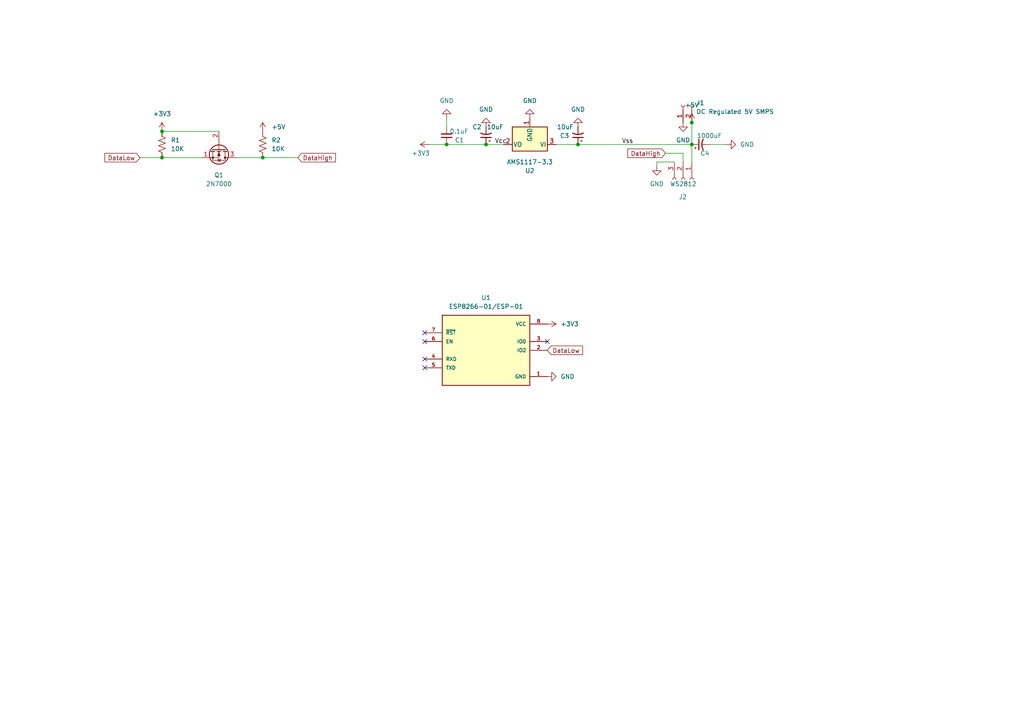
<source format=kicad_sch>
(kicad_sch (version 20211123) (generator eeschema)
  (paper "A4")
  (lib_symbols
    (symbol "Connector:Conn_01x02_Female" (pin_names (offset 1.016) hide)
      (property "Reference" "J" (at 0 2.54 0))
      (property "Value" "Conn_01x02_Female" (at 0 -5.08 0))
      (symbol "Conn_01x02_Female_1_1"
        (arc (start 0 -2.032) (mid -0.508 -2.54) (end 0 -3.048) (stroke (width 0.1524)))
        (polyline (pts (xy -1.27 -2.54) (xy -0.508 -2.54)) (stroke (width 0.1524)))
        (polyline (pts (xy -1.27 0) (xy -0.508 0)) (stroke (width 0.1524)))
        (arc (start 0 0.508) (mid -0.508 0) (end 0 -0.508) (stroke (width 0.1524)))
        (pin passive line (at -5.08 0 0) (length 3.81) (name "Pin_1") (number "1"))
        (pin passive line (at -5.08 -2.54 0) (length 3.81) (name "Pin_2") (number "2"))
      )
    )
    (symbol "Connector:Conn_01x03_Female" (pin_names (offset 1.016) hide)
      (property "Reference" "J" (at 0 5.08 0))
      (property "Value" "Conn_01x03_Female" (at 0 -5.08 0))
      (symbol "Conn_01x03_Female_1_1"
        (arc (start 0 -2.032) (mid -0.508 -2.54) (end 0 -3.048) (stroke (width 0.1524)))
        (polyline (pts (xy -1.27 -2.54) (xy -0.508 -2.54)) (stroke (width 0.1524)))
        (polyline (pts (xy -1.27 0) (xy -0.508 0)) (stroke (width 0.1524)))
        (polyline (pts (xy -1.27 2.54) (xy -0.508 2.54)) (stroke (width 0.1524)))
        (arc (start 0 0.508) (mid -0.508 0) (end 0 -0.508) (stroke (width 0.1524)))
        (arc (start 0 3.048) (mid -0.508 2.54) (end 0 2.032) (stroke (width 0.1524)))
        (pin passive line (at -5.08 2.54 0) (length 3.81) (name "Pin_1") (number "1"))
        (pin passive line (at -5.08 0 0) (length 3.81) (name "Pin_2") (number "2"))
        (pin passive line (at -5.08 -2.54 0) (length 3.81) (name "Pin_3") (number "3"))
      )
    )
    (symbol "Device:C_Polarized_Small_US" (pin_numbers hide) (pin_names (offset 0.254) hide)
      (property "Reference" "C" (at 0.254 1.778 0))
      (property "Value" "C_Polarized_Small_US" (at 0.254 -2.032 0))
      (symbol "C_Polarized_Small_US_0_1"
        (polyline (pts (xy -1.524 0.508) (xy 1.524 0.508)) (stroke (width 0.3048)))
        (polyline (pts (xy -1.27 1.524) (xy -0.762 1.524)))
        (polyline (pts (xy -1.016 1.27) (xy -1.016 1.778)))
        (arc (start 1.524 -0.762) (mid 0 -0.3734) (end -1.524 -0.762) (stroke (width 0.3048)))
      )
      (symbol "C_Polarized_Small_US_1_1"
        (pin passive line (at 0 2.54 270) (length 2.032) (name "~") (number "1"))
        (pin passive line (at 0 -2.54 90) (length 2.032) (name "~") (number "2"))
      )
    )
    (symbol "Device:C_Small" (pin_numbers hide) (pin_names (offset 0.254) hide)
      (property "Reference" "C" (at 0.254 1.778 0))
      (property "Value" "C_Small" (at 0.254 -2.032 0))
      (symbol "C_Small_0_1"
        (polyline (pts (xy -1.524 -0.508) (xy 1.524 -0.508)) (stroke (width 0.3302)))
        (polyline (pts (xy -1.524 0.508) (xy 1.524 0.508)) (stroke (width 0.3048)))
      )
      (symbol "C_Small_1_1"
        (pin passive line (at 0 2.54 270) (length 2.032) (name "~") (number "1"))
        (pin passive line (at 0 -2.54 90) (length 2.032) (name "~") (number "2"))
      )
    )
    (symbol "Device:R_US" (pin_numbers hide) (pin_names (offset 0))
      (property "Reference" "R" (at 2.54 0 90))
      (property "Value" "R_US" (at -2.54 0 90))
      (symbol "R_US_0_1"
        (polyline (pts (xy 0 -2.286) (xy 0 -2.54)))
        (polyline (pts (xy 0 2.286) (xy 0 2.54)))
        (polyline (pts (xy 0 -0.762) (xy 1.016 -1.143) (xy 0 -1.524) (xy -1.016 -1.905) (xy 0 -2.286)))
        (polyline (pts (xy 0 0.762) (xy 1.016 0.381) (xy 0 0) (xy -1.016 -0.381) (xy 0 -0.762)))
        (polyline (pts (xy 0 2.286) (xy 1.016 1.905) (xy 0 1.524) (xy -1.016 1.143) (xy 0 0.762)))
      )
      (symbol "R_US_1_1"
        (pin passive line (at 0 3.81 270) (length 1.27) (name "~") (number "1"))
        (pin passive line (at 0 -3.81 90) (length 1.27) (name "~") (number "2"))
      )
    )
    (symbol "ESP8266-01_ESP-01:ESP8266-01{slash}ESP-01" (pin_names (offset 1.016))
      (property "Reference" "U" (at -12.7 10.668 0))
      (property "Value" "ESP8266-01{slash}ESP-01" (at -12.7254 -12.7254 0))
      (symbol "ESP8266-01{slash}ESP-01_0_0"
        (rectangle (start -12.7 -10.16) (end 12.7 10.16) (stroke (width 0.254)) (fill (type background)))
        (pin power_in line (at 17.78 -7.62 180) (length 5.08) (name "GND") (number "1"))
        (pin bidirectional line (at 17.78 0 180) (length 5.08) (name "IO2") (number "2"))
        (pin bidirectional line (at 17.78 2.54 180) (length 5.08) (name "IO0") (number "3"))
        (pin input line (at -17.78 -2.54 0) (length 5.08) (name "RXD") (number "4"))
        (pin output line (at -17.78 -5.08 0) (length 5.08) (name "TXD") (number "5"))
        (pin input line (at -17.78 2.54 0) (length 5.08) (name "EN") (number "6"))
        (pin input line (at -17.78 5.08 0) (length 5.08) (name "~{RST}") (number "7"))
        (pin power_in line (at 17.78 7.62 180) (length 5.08) (name "VCC") (number "8"))
      )
    )
    (symbol "Regulator_Linear:AMS1117-3.3" (pin_names (offset 0.254))
      (property "Reference" "U" (at -3.81 3.175 0))
      (property "Value" "AMS1117-3.3" (at 0 3.175 0))
      (symbol "AMS1117-3.3_0_1"
        (rectangle (start -5.08 -5.08) (end 5.08 1.905) (stroke (width 0.254)) (fill (type background)))
      )
      (symbol "AMS1117-3.3_1_1"
        (pin power_in line (at 0 -7.62 90) (length 2.54) (name "GND") (number "1"))
        (pin power_out line (at 7.62 0 180) (length 2.54) (name "VO") (number "2"))
        (pin power_in line (at -7.62 0 0) (length 2.54) (name "VI") (number "3"))
      )
    )
    (symbol "Transistor_FET:2N7000" (pin_names hide)
      (property "Reference" "Q" (at 5.08 1.905 0))
      (property "Value" "2N7000" (at 5.08 0 0))
      (symbol "2N7000_0_1"
        (polyline (pts (xy 0.254 0) (xy -2.54 0)))
        (polyline (pts (xy 0.254 1.905) (xy 0.254 -1.905)) (stroke (width 0.254)))
        (polyline (pts (xy 0.762 -1.27) (xy 0.762 -2.286)) (stroke (width 0.254)))
        (polyline (pts (xy 0.762 0.508) (xy 0.762 -0.508)) (stroke (width 0.254)))
        (polyline (pts (xy 0.762 2.286) (xy 0.762 1.27)) (stroke (width 0.254)))
        (polyline (pts (xy 2.54 2.54) (xy 2.54 1.778)))
        (polyline (pts (xy 2.54 -2.54) (xy 2.54 0) (xy 0.762 0)))
        (polyline (pts (xy 0.762 -1.778) (xy 3.302 -1.778) (xy 3.302 1.778) (xy 0.762 1.778)))
        (polyline (pts (xy 1.016 0) (xy 2.032 0.381) (xy 2.032 -0.381) (xy 1.016 0)) (fill (type outline)))
        (polyline (pts (xy 2.794 0.508) (xy 2.921 0.381) (xy 3.683 0.381) (xy 3.81 0.254)))
        (polyline (pts (xy 3.302 0.381) (xy 2.921 -0.254) (xy 3.683 -0.254) (xy 3.302 0.381)))
        (circle (center 1.651 0) (radius 2.794) (stroke (width 0.254)))
        (circle (center 2.54 -1.778) (radius 0.254) (fill (type outline)))
        (circle (center 2.54 1.778) (radius 0.254) (fill (type outline)))
      )
      (symbol "2N7000_1_1"
        (pin passive line (at 2.54 -5.08 90) (length 2.54) (name "S") (number "1"))
        (pin input line (at -5.08 0 0) (length 2.54) (name "G") (number "2"))
        (pin passive line (at 2.54 5.08 270) (length 2.54) (name "D") (number "3"))
      )
    )
    (symbol "power:+3.3V" (power) (pin_names (offset 0))
      (property "Value" "+3.3V" (at 0 3.556 0))
      (symbol "+3.3V_0_1"
        (polyline (pts (xy -0.762 1.27) (xy 0 2.54)))
        (polyline (pts (xy 0 0) (xy 0 2.54)))
        (polyline (pts (xy 0 2.54) (xy 0.762 1.27)))
      )
      (symbol "+3.3V_1_1"
        (pin power_in line (at 0 0 90) (length 0) hide (name "+3V3") (number "1"))
      )
    )
    (symbol "power:+5V" (power) (pin_names (offset 0))
      (property "Value" "+5V" (at 0 3.556 0))
      (symbol "+5V_0_1"
        (polyline (pts (xy -0.762 1.27) (xy 0 2.54)))
        (polyline (pts (xy 0 0) (xy 0 2.54)))
        (polyline (pts (xy 0 2.54) (xy 0.762 1.27)))
      )
      (symbol "+5V_1_1"
        (pin power_in line (at 0 0 90) (length 0) hide (name "+5V") (number "1"))
      )
    )
    (symbol "power:GND" (power) (pin_names (offset 0))
      (property "Value" "GND" (at 0 -3.81 0))
      (symbol "GND_0_1"
        (polyline (pts (xy 0 0) (xy 0 -1.27) (xy 1.27 -1.27) (xy 0 -2.54) (xy -1.27 -1.27) (xy 0 -1.27)))
      )
      (symbol "GND_1_1"
        (pin power_in line (at 0 0 270) (length 0) hide (name "GND") (number "1"))
      )
    )
  )
  (junction (at 129.54 41.91))
  (junction (at 200.66 35.56))
  (junction (at 167.64 41.91))
  (junction (at 140.97 41.91))
  (junction (at 46.99 38.1))
  (junction (at 76.2 45.72))
  (junction (at 46.99 45.72))
  (junction (at 200.66 41.91))
  (no_connect (at 158.75 99.06))
  (no_connect (at 123.19 96.52))
  (no_connect (at 123.19 99.06))
  (no_connect (at 123.19 104.14))
  (no_connect (at 123.19 106.68))
  (wire (pts (xy 40.64 45.72) (xy 46.99 45.72)))
  (wire (pts (xy 200.66 41.91) (xy 200.66 46.99)))
  (wire (pts (xy 190.5 46.99) (xy 190.5 48.26)))
  (wire (pts (xy 129.54 41.91) (xy 140.97 41.91)))
  (wire (pts (xy 195.58 46.99) (xy 190.5 46.99)))
  (wire (pts (xy 198.12 44.45) (xy 193.04 44.45)))
  (wire (pts (xy 68.58 45.72) (xy 76.2 45.72)))
  (wire (pts (xy 124.46 41.91) (xy 129.54 41.91)))
  (wire (pts (xy 46.99 45.72) (xy 58.42 45.72)))
  (wire (pts (xy 76.2 45.72) (xy 86.36 45.72)))
  (wire (pts (xy 167.64 41.91) (xy 200.66 41.91)))
  (wire (pts (xy 200.66 35.56) (xy 200.66 41.91)))
  (wire (pts (xy 161.29 41.91) (xy 167.64 41.91)))
  (wire (pts (xy 129.54 34.29) (xy 129.54 36.83)))
  (wire (pts (xy 205.74 41.91) (xy 210.82 41.91)))
  (wire (pts (xy 46.99 38.1) (xy 63.5 38.1)))
  (wire (pts (xy 198.12 46.99) (xy 198.12 44.45)))
  (wire (pts (xy 140.97 41.91) (xy 146.05 41.91)))
  (label "Vcc" (at 143.51 41.91 0))
  (label "Vss" (at 180.34 41.91 0))
  (global_label "DataLow" (shape input) (at 158.75 101.6 0) (property "Intersheet References" "${INTERSHEET_REFS}" (effects hide)))
  (global_label "DataHigh" (shape input) (at 86.36 45.72 0) (property "Intersheet References" "${INTERSHEET_REFS}" (effects hide)))
  (global_label "DataHigh" (shape input) (at 193.04 44.45 180) (property "Intersheet References" "${INTERSHEET_REFS}" (effects hide)))
  (global_label "DataLow" (shape input) (at 40.64 45.72 180) (property "Intersheet References" "${INTERSHEET_REFS}" (effects hide)))
  (symbol (lib_id "power:GND") (at 190.5 48.26 0) (unit 1)
    (property "Reference" "#PWR0108" (effects hide))
    (property "Value" "GND" (at 190.5 53.34 0))
  )
  (symbol (lib_id "power:+3.3V") (at 158.75 93.98 270) (unit 1)
    (property "Reference" "#PWR0111" (effects hide))
    (property "Value" "+3.3V" (at 162.56 93.9799 90) (effects (justify left)))
  )
  (symbol (lib_id "power:GND") (at 153.67 34.29 180) (unit 1)
    (property "Reference" "#PWR0103" (effects hide))
    (property "Value" "GND" (at 153.67 29.21 0))
  )
  (symbol (lib_id "Device:C_Small") (at 129.54 39.37 180) (unit 1)
    (property "Reference" "C1" (at 134.62 40.64 0) (effects (justify left)))
    (property "Value" "0.1uF" (at 135.89 38.1 0) (effects (justify left)))
    (property "Footprint" "Capacitor_THT:C_Disc_D5.0mm_W2.5mm_P2.50mm" (effects hide))
  )
  (symbol (lib_id "power:GND") (at 198.12 35.56 0) (unit 1)
    (property "Reference" "#PWR0110" (effects hide))
    (property "Value" "GND" (at 198.12 40.64 0))
  )
  (symbol (lib_id "Device:R_US") (at 76.2 41.91 0) (unit 1)
    (property "Reference" "R2" (at 78.74 40.6399 0) (effects (justify left)))
    (property "Value" "10K" (at 78.74 43.1799 0) (effects (justify left)))
    (property "Footprint" "Resistor_THT:R_Axial_DIN0207_L6.3mm_D2.5mm_P10.16mm_Horizontal" (effects hide))
  )
  (symbol (lib_id "Device:C_Polarized_Small_US") (at 167.64 39.37 180) (unit 1)
    (property "Reference" "C3" (at 165.1 39.37 0) (effects (justify left)))
    (property "Value" "10uF" (at 166.37 36.83 0) (effects (justify left)))
    (property "Footprint" "Capacitor_THT:CP_Radial_D4.0mm_P2.00mm" (effects hide))
  )
  (symbol (lib_id "Connector:Conn_01x03_Female") (at 198.12 52.07 270) (unit 1)
    (property "Reference" "J2" (at 196.85 57.15 90) (effects (justify left)))
    (property "Value" "WS2812" (at 194.31 53.34 90) (effects (justify left)))
    (property "Footprint" "Connector_JST:JST_XH_S3B-XH-A_1x03_P2.50mm_Horizontal" (effects hide))
  )
  (symbol (lib_id "power:+5V") (at 76.2 38.1 0) (unit 1)
    (property "Reference" "#PWR0101" (effects hide))
    (property "Value" "+5V" (at 78.74 36.8299 0) (effects (justify left)))
  )
  (symbol (lib_id "Connector:Conn_01x02_Female") (at 198.12 30.48 90) (unit 1)
    (property "Reference" "J1" (at 201.93 29.8449 90) (effects (justify right)))
    (property "Value" "DC Regulated 5V SMPS" (at 201.93 32.3849 90) (effects (justify right)))
    (property "Footprint" "connector_initeq:JST_XH_initeq_1_02_p2_50" (effects hide))
  )
  (symbol (lib_id "power:+5V") (at 200.66 35.56 0) (unit 1)
    (property "Reference" "#PWR0113" (effects hide))
    (property "Value" "+5V" (at 200.66 30.48 0))
  )
  (symbol (lib_id "ESP8266-01_ESP-01:ESP8266-01{slash}ESP-01") (at 140.97 101.6 0) (unit 1)
    (property "Reference" "U1" (at 140.97 86.36 0))
    (property "Value" "ESP8266-01/ESP-01" (at 140.97 88.9 0))
    (property "Footprint" "XCVR_ESP8266-01/ESP-01" (effects hide))
    (property "PARTREV" "V1.2" (effects hide))
    (property "STANDARD" "Manufacturer recommendations or IPC 7351B" (effects hide))
    (property "MAXIMUM_PACKAGE_HEIGHT" "11.2 mm" (effects hide))
    (property "MANUFACTURER" "AI-Thinker" (effects hide))
  )
  (symbol (lib_id "power:GND") (at 167.64 36.83 180) (unit 1)
    (property "Reference" "#PWR0104" (effects hide))
    (property "Value" "GND" (at 167.64 31.75 0))
  )
  (symbol (lib_id "Device:C_Polarized_Small_US") (at 203.2 41.91 90) (unit 1)
    (property "Reference" "C4" (at 204.47 44.45 90))
    (property "Value" "1000uF" (at 205.74 39.37 90))
    (property "Footprint" "Capacitor_THT:CP_Radial_D10.0mm_P3.80mm" (effects hide))
  )
  (symbol (lib_id "power:GND") (at 129.54 34.29 180) (unit 1)
    (property "Reference" "#PWR0105" (effects hide))
    (property "Value" "GND" (at 129.54 29.21 0))
  )
  (symbol (lib_id "power:+3.3V") (at 124.46 41.91 90) (unit 1)
    (property "Reference" "#PWR0106" (effects hide))
    (property "Value" "+3.3V" (at 119.38 44.45 90) (effects (justify right)))
  )
  (symbol (lib_id "power:GND") (at 158.75 109.22 90) (unit 1)
    (property "Reference" "#PWR0112" (effects hide))
    (property "Value" "GND" (at 162.56 109.2199 90) (effects (justify right)))
  )
  (symbol (lib_id "power:+3.3V") (at 46.99 38.1 0) (unit 1)
    (property "Reference" "#PWR0107" (effects hide))
    (property "Value" "+3.3V" (at 46.99 33.02 0))
  )
  (symbol (lib_id "Regulator_Linear:AMS1117-3.3") (at 153.67 41.91 180) (unit 1)
    (property "Reference" "U2" (at 153.67 49.53 0))
    (property "Value" "AMS1117-3.3" (at 153.67 46.99 0))
    (property "Footprint" "Package_TO_SOT_SMD:SOT-223-3_TabPin2" (effects hide))
    (property "Datasheet" "http://www.advanced-monolithic.com/pdf/ds1117.pdf" (effects hide))
  )
  (symbol (lib_id "Transistor_FET:2N7000") (at 63.5 43.18 270) (unit 1)
    (property "Reference" "Q1" (at 63.5 50.8 90))
    (property "Value" "2N7000" (at 63.5 53.34 90))
    (property "Footprint" "Package_TO_SOT_THT:TO-92_Inline" (effects hide))
    (property "Datasheet" "https://www.onsemi.com/pub/Collateral/NDS7002A-D.PDF" (effects hide))
  )
  (symbol (lib_id "Device:R_US") (at 46.99 41.91 0) (unit 1)
    (property "Reference" "R1" (at 49.53 40.6399 0) (effects (justify left)))
    (property "Value" "10K" (at 49.53 43.1799 0) (effects (justify left)))
    (property "Footprint" "Resistor_THT:R_Axial_DIN0207_L6.3mm_D2.5mm_P10.16mm_Horizontal" (effects hide))
  )
  (symbol (lib_id "power:GND") (at 140.97 36.83 180) (unit 1)
    (property "Reference" "#PWR0102" (effects hide))
    (property "Value" "GND" (at 140.97 31.75 0))
  )
  (symbol (lib_id "Device:C_Polarized_Small_US") (at 140.97 39.37 180) (unit 1)
    (property "Reference" "C2" (at 139.7 36.83 0) (effects (justify left)))
    (property "Value" "10uF" (at 146.05 36.83 0) (effects (justify left)))
    (property "Footprint" "Capacitor_THT:CP_Radial_D4.0mm_P2.00mm" (effects hide))
  )
  (symbol (lib_id "power:GND") (at 210.82 41.91 90) (unit 1)
    (property "Reference" "#PWR0109" (effects hide))
    (property "Value" "GND" (at 214.63 41.9099 90) (effects (justify right)))
  )
)
</source>
